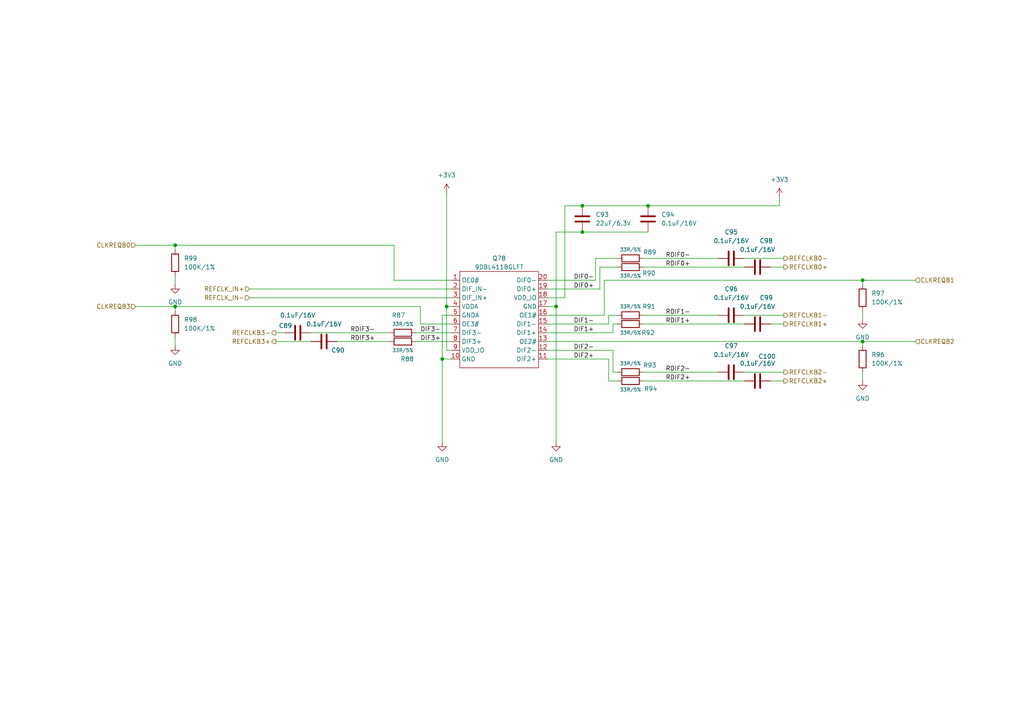
<source format=kicad_sch>
(kicad_sch (version 20231120) (generator "eeschema") (generator_version "8.0")
  (paper "A4")
  (lib_symbols
    (symbol "Device:C" (pin_numbers hide) (pin_names (offset 0.254))
      (property "Reference" "C" (at 0.635 2.54 0))
      (property "Value" "C" (at 0.635 -2.54 0))
      (symbol "C_0_1"
        (polyline (pts (xy -2.032 -0.762) (xy 2.032 -0.762)) (stroke (width 0.508)))
        (polyline (pts (xy -2.032 0.762) (xy 2.032 0.762)) (stroke (width 0.508)))
      )
      (symbol "C_1_1"
        (pin passive line (at 0 3.81 270) (length 2.794) (name "~") (number "1"))
        (pin passive line (at 0 -3.81 90) (length 2.794) (name "~") (number "2"))
      )
    )
    (symbol "Device:R" (pin_numbers hide) (pin_names (offset 0))
      (property "Reference" "R" (at 2.032 0 90))
      (property "Value" "R" (at 0 0 90))
      (symbol "R_0_1"
        (rectangle (start -1.016 -2.54) (end 1.016 2.54) (stroke (width 0.254)))
      )
      (symbol "R_1_1"
        (pin passive line (at 0 3.81 270) (length 1.27) (name "~") (number "1"))
        (pin passive line (at 0 -3.81 90) (length 1.27) (name "~") (number "2"))
      )
    )
    (symbol "User:9DBL411BGLFT"
      (property "Reference" "Q" (at -7.366 13.97 0))
      (symbol "9DBL411BGLFT_1_1"
        (rectangle (start -11.43 12.7) (end 11.43 -15.24))
        (pin input line (at -13.97 10.16 0) (length 2.54) (name "OE0#") (number "1"))
        (pin power_in line (at -13.97 -12.7 0) (length 2.54) (name "GND") (number "10"))
        (pin output line (at 13.97 -12.7 180) (length 2.54) (name "DIF2+") (number "11"))
        (pin output line (at 13.97 -10.16 180) (length 2.54) (name "DIF2-") (number "12"))
        (pin input line (at 13.97 -7.62 180) (length 2.54) (name "OE2#") (number "13"))
        (pin output line (at 13.97 -5.08 180) (length 2.54) (name "DIF1+") (number "14"))
        (pin output line (at 13.97 -2.54 180) (length 2.54) (name "DIF1-") (number "15"))
        (pin input line (at 13.97 0 180) (length 2.54) (name "OE1#") (number "16"))
        (pin power_in line (at 13.97 2.54 180) (length 2.54) (name "GND") (number "17"))
        (pin power_in line (at 13.97 5.08 180) (length 2.54) (name "VDD_IO") (number "18"))
        (pin output line (at 13.97 7.62 180) (length 2.54) (name "DIF0+") (number "19"))
        (pin input line (at -13.97 7.62 0) (length 2.54) (name "DIF_IN-") (number "2"))
        (pin output line (at 13.97 10.16 180) (length 2.54) (name "DIF0-") (number "20"))
        (pin input line (at -13.97 5.08 0) (length 2.54) (name "DIF_IN+") (number "3"))
        (pin power_in line (at -13.97 2.54 0) (length 2.54) (name "VDDA") (number "4"))
        (pin power_in line (at -13.97 0 0) (length 2.54) (name "GNDA") (number "5"))
        (pin input line (at -13.97 -2.54 0) (length 2.54) (name "OE3#") (number "6"))
        (pin output line (at -13.97 -5.08 0) (length 2.54) (name "DIF3-") (number "7"))
        (pin output line (at -13.97 -7.62 0) (length 2.54) (name "DIF3+") (number "8"))
        (pin power_in line (at -13.97 -10.16 0) (length 2.54) (name "VDD_IO") (number "9"))
      )
    )
    (symbol "power:+3V3" (power) (pin_numbers hide) (pin_names (offset 0) hide)
      (property "Value" "+3V3" (at 0 3.556 0))
      (symbol "+3V3_0_1"
        (polyline (pts (xy -0.762 1.27) (xy 0 2.54)))
        (polyline (pts (xy 0 0) (xy 0 2.54)))
        (polyline (pts (xy 0 2.54) (xy 0.762 1.27)))
      )
      (symbol "+3V3_1_1"
        (pin power_in line (at 0 0 90) (length 0) (name "~") (number "1"))
      )
    )
    (symbol "power:GND" (power) (pin_numbers hide) (pin_names (offset 0) hide)
      (property "Value" "GND" (at 0 -3.81 0))
      (symbol "GND_0_1"
        (polyline (pts (xy 0 0) (xy 0 -1.27) (xy 1.27 -1.27) (xy 0 -2.54) (xy -1.27 -1.27) (xy 0 -1.27)))
      )
      (symbol "GND_1_1"
        (pin power_in line (at 0 0 270) (length 0) (name "~") (number "1"))
      )
    )
  )
  (junction (at 50.8 88.9))
  (junction (at 128.27 104.14))
  (junction (at 50.8 71.12))
  (junction (at 250.19 99.06))
  (junction (at 168.91 67.31))
  (junction (at 250.19 81.28))
  (junction (at 187.96 59.69))
  (junction (at 168.91 59.69))
  (junction (at 129.54 88.9))
  (junction (at 161.29 88.9))
  (wire (pts (xy 161.29 67.31) (xy 161.29 88.9)))
  (wire (pts (xy 175.26 91.44) (xy 158.75 91.44)))
  (wire (pts (xy 186.69 77.47) (xy 215.9 77.47)))
  (wire (pts (xy 223.52 77.47) (xy 227.33 77.47)))
  (wire (pts (xy 128.27 91.44) (xy 128.27 104.14)))
  (wire (pts (xy 158.75 99.06) (xy 250.19 99.06)))
  (wire (pts (xy 226.06 59.69) (xy 226.06 57.15)))
  (wire (pts (xy 186.69 110.49) (xy 215.9 110.49)))
  (wire (pts (xy 158.75 93.98) (xy 176.53 93.98)))
  (wire (pts (xy 158.75 96.52) (xy 177.8 96.52)))
  (wire (pts (xy 50.8 97.79) (xy 50.8 100.33)))
  (wire (pts (xy 129.54 101.6) (xy 129.54 88.9)))
  (wire (pts (xy 172.72 74.93) (xy 172.72 81.28)))
  (wire (pts (xy 186.69 107.95) (xy 208.28 107.95)))
  (wire (pts (xy 129.54 88.9) (xy 130.81 88.9)))
  (wire (pts (xy 128.27 91.44) (xy 130.81 91.44)))
  (wire (pts (xy 39.37 71.12) (xy 50.8 71.12)))
  (wire (pts (xy 163.83 59.69) (xy 168.91 59.69)))
  (wire (pts (xy 186.69 93.98) (xy 215.9 93.98)))
  (wire (pts (xy 50.8 80.01) (xy 50.8 82.55)))
  (wire (pts (xy 168.91 67.31) (xy 187.96 67.31)))
  (wire (pts (xy 186.69 91.44) (xy 208.28 91.44)))
  (wire (pts (xy 177.8 107.95) (xy 177.8 101.6)))
  (wire (pts (xy 114.3 71.12) (xy 114.3 81.28)))
  (wire (pts (xy 39.37 88.9) (xy 50.8 88.9)))
  (wire (pts (xy 90.17 96.52) (xy 113.03 96.52)))
  (wire (pts (xy 176.53 110.49) (xy 179.07 110.49)))
  (wire (pts (xy 158.75 86.36) (xy 163.83 86.36)))
  (wire (pts (xy 223.52 93.98) (xy 227.33 93.98)))
  (wire (pts (xy 163.83 86.36) (xy 163.83 59.69)))
  (wire (pts (xy 50.8 71.12) (xy 50.8 72.39)))
  (wire (pts (xy 173.99 77.47) (xy 179.07 77.47)))
  (wire (pts (xy 215.9 107.95) (xy 227.33 107.95)))
  (wire (pts (xy 128.27 104.14) (xy 130.81 104.14)))
  (wire (pts (xy 175.26 81.28) (xy 175.26 91.44)))
  (wire (pts (xy 176.53 91.44) (xy 176.53 93.98)))
  (wire (pts (xy 158.75 88.9) (xy 161.29 88.9)))
  (wire (pts (xy 80.01 96.52) (xy 82.55 96.52)))
  (wire (pts (xy 168.91 59.69) (xy 187.96 59.69)))
  (wire (pts (xy 72.39 83.82) (xy 130.81 83.82)))
  (wire (pts (xy 177.8 93.98) (xy 177.8 96.52)))
  (wire (pts (xy 161.29 67.31) (xy 168.91 67.31)))
  (wire (pts (xy 130.81 101.6) (xy 129.54 101.6)))
  (wire (pts (xy 50.8 88.9) (xy 50.8 90.17)))
  (wire (pts (xy 250.19 107.95) (xy 250.19 110.49)))
  (wire (pts (xy 50.8 71.12) (xy 114.3 71.12)))
  (wire (pts (xy 72.39 86.36) (xy 130.81 86.36)))
  (wire (pts (xy 250.19 99.06) (xy 265.43 99.06)))
  (wire (pts (xy 97.79 99.06) (xy 113.03 99.06)))
  (wire (pts (xy 129.54 55.88) (xy 129.54 88.9)))
  (wire (pts (xy 120.65 96.52) (xy 130.81 96.52)))
  (wire (pts (xy 158.75 101.6) (xy 177.8 101.6)))
  (wire (pts (xy 177.8 107.95) (xy 179.07 107.95)))
  (wire (pts (xy 128.27 104.14) (xy 128.27 128.27)))
  (wire (pts (xy 172.72 74.93) (xy 179.07 74.93)))
  (wire (pts (xy 215.9 74.93) (xy 227.33 74.93)))
  (wire (pts (xy 176.53 110.49) (xy 176.53 104.14)))
  (wire (pts (xy 187.96 59.69) (xy 226.06 59.69)))
  (wire (pts (xy 175.26 81.28) (xy 250.19 81.28)))
  (wire (pts (xy 250.19 99.06) (xy 250.19 100.33)))
  (wire (pts (xy 161.29 88.9) (xy 161.29 128.27)))
  (wire (pts (xy 121.92 93.98) (xy 130.81 93.98)))
  (wire (pts (xy 186.69 74.93) (xy 208.28 74.93)))
  (wire (pts (xy 114.3 81.28) (xy 130.81 81.28)))
  (wire (pts (xy 80.01 99.06) (xy 90.17 99.06)))
  (wire (pts (xy 223.52 110.49) (xy 227.33 110.49)))
  (wire (pts (xy 158.75 104.14) (xy 176.53 104.14)))
  (wire (pts (xy 250.19 81.28) (xy 265.43 81.28)))
  (wire (pts (xy 215.9 91.44) (xy 227.33 91.44)))
  (wire (pts (xy 176.53 91.44) (xy 179.07 91.44)))
  (wire (pts (xy 158.75 83.82) (xy 173.99 83.82)))
  (wire (pts (xy 177.8 93.98) (xy 179.07 93.98)))
  (wire (pts (xy 173.99 77.47) (xy 173.99 83.82)))
  (wire (pts (xy 120.65 99.06) (xy 130.81 99.06)))
  (wire (pts (xy 50.8 88.9) (xy 121.92 88.9)))
  (wire (pts (xy 121.92 88.9) (xy 121.92 93.98)))
  (wire (pts (xy 250.19 81.28) (xy 250.19 82.55)))
  (wire (pts (xy 158.75 81.28) (xy 172.72 81.28)))
  (wire (pts (xy 250.19 90.17) (xy 250.19 92.71)))
  (label "DIF1-" (at 166.37 93.98 0))
  (label "RDIF1+" (at 193.04 93.98 0))
  (label "DIF1+" (at 166.37 96.52 0))
  (label "DIF2+" (at 166.37 104.14 0))
  (label "RDIF0-" (at 193.04 74.93 0))
  (label "DIF2-" (at 166.37 101.6 0))
  (label "RDIF3+" (at 101.6 99.06 0))
  (label "RDIF1-" (at 193.04 91.44 0))
  (label "RDIF0+" (at 193.04 77.47 0))
  (label "RDIF2+" (at 193.04 110.49 0))
  (label "DIF0+" (at 166.37 83.82 0))
  (label "DIF0-" (at 166.37 81.28 0))
  (label "DIF3-" (at 121.92 96.52 0))
  (label "RDIF2-" (at 193.04 107.95 0))
  (label "RDIF3-" (at 101.6 96.52 0))
  (label "DIF3+" (at 121.92 99.06 0))
  (hierarchical_label "REFCLKB3+" (shape output) (at 80.01 99.06 180))
  (hierarchical_label "REFCLKB0+" (shape output) (at 227.33 77.47 0))
  (hierarchical_label "REFCLKB1+" (shape output) (at 227.33 93.98 0))
  (hierarchical_label "CLKREQB1" (shape input) (at 265.43 81.28 0))
  (hierarchical_label "REFCLKB3-" (shape output) (at 80.01 96.52 180))
  (hierarchical_label "CLKREQB2" (shape input) (at 265.43 99.06 0))
  (hierarchical_label "REFCLKB1-" (shape output) (at 227.33 91.44 0))
  (hierarchical_label "REFCLKB0-" (shape output) (at 227.33 74.93 0))
  (hierarchical_label "CLKREQB0" (shape input) (at 39.37 71.12 180))
  (hierarchical_label "REFCLK_IN+" (shape input) (at 72.39 83.82 180))
  (hierarchical_label "CLKREQB3" (shape input) (at 39.37 88.9 180))
  (hierarchical_label "REFCLKB2-" (shape output) (at 227.33 107.95 0))
  (hierarchical_label "REFCLKB2+" (shape output) (at 227.33 110.49 0))
  (hierarchical_label "REFCLK_IN-" (shape input) (at 72.39 86.36 180))
  (symbol (lib_id "power:GND") (at 250.19 92.71 0) (unit 1)
    (property "Reference" "#PWR0210" (effects (hide yes)))
    (property "Value" "GND" (at 250.19 97.79 0))
  )
  (symbol (lib_id "Device:R") (at 182.88 110.49 270) (unit 1)
    (property "Reference" "R94" (at 188.722 112.776 90))
    (property "Value" "33R/5%" (at 182.88 113.03 90) (effects (font (size 1 1))))
    (property "Footprint" "A_HDJ_Library:R_0402_1005Metric" (effects (hide yes)))
    (property "Datasheet" "https://wmsc.lcsc.com/wmsc/upload/file/pdf/v2/lcsc/2304140030_YAGEO-RC0402FR-071KL_C106235.pdf" (effects (hide yes)))
    (property "Part#" "C851857" (effects (hide yes)))
    (property "MPN" "RC0402JR-0733RP" (effects (hide yes)))
    (property "Package" "0402" (effects (hide yes)))
    (property "LCSC Part #" "C851857" (effects (hide yes)))
  )
  (symbol (lib_id "Device:C") (at 219.71 110.49 90) (unit 1)
    (property "Reference" "C100" (at 222.504 103.378 90))
    (property "Value" "0.1uF/16V" (at 219.71 105.41 90))
    (property "Footprint" "A_HDJ_Library:C_0402_1005Metric" (effects (hide yes)))
    (property "Datasheet" "https://wmsc.lcsc.com/wmsc/upload/file/pdf/v2/lcsc/1811011928_Walsin-Tech-Corp-0402B104K160CT_C83056.pdf" (effects (hide yes)))
    (property "Description" "Unpolarized capacitor" (effects (hide yes)))
    (property "Part#" "C83056" (effects (hide yes)))
    (property "MPN" "0402B104K160CT" (effects (hide yes)))
    (property "Package" "0402" (effects (hide yes)))
    (property "LCSC Part #" "C83056" (effects (hide yes)))
  )
  (symbol (lib_id "Device:R") (at 182.88 91.44 90) (unit 1)
    (property "Reference" "R91" (at 188.214 88.9 90))
    (property "Value" "33R/5%" (at 182.88 88.9 90) (effects (font (size 1 1))))
    (property "Footprint" "A_HDJ_Library:R_0402_1005Metric" (effects (hide yes)))
    (property "Datasheet" "https://wmsc.lcsc.com/wmsc/upload/file/pdf/v2/lcsc/2304140030_YAGEO-RC0402FR-071KL_C106235.pdf" (effects (hide yes)))
    (property "Part#" "C851857" (effects (hide yes)))
    (property "MPN" "RC0402JR-0733RP" (effects (hide yes)))
    (property "Package" "0402" (effects (hide yes)))
    (property "LCSC Part #" "C851857" (effects (hide yes)))
  )
  (symbol (lib_id "power:GND") (at 128.27 128.27 0) (unit 1)
    (property "Reference" "#PWR094" (effects (hide yes)))
    (property "Value" "GND" (at 128.27 133.35 0))
  )
  (symbol (lib_id "Device:R") (at 182.88 107.95 90) (unit 1)
    (property "Reference" "R93" (at 188.468 105.918 90))
    (property "Value" "33R/5%" (at 182.88 105.41 90) (effects (font (size 1 1))))
    (property "Footprint" "A_HDJ_Library:R_0402_1005Metric" (effects (hide yes)))
    (property "Datasheet" "https://wmsc.lcsc.com/wmsc/upload/file/pdf/v2/lcsc/2304140030_YAGEO-RC0402FR-071KL_C106235.pdf" (effects (hide yes)))
    (property "Part#" "C851857" (effects (hide yes)))
    (property "MPN" "RC0402JR-0733RP" (effects (hide yes)))
    (property "Package" "0402" (effects (hide yes)))
    (property "LCSC Part #" "C851857" (effects (hide yes)))
  )
  (symbol (lib_id "power:+3V3") (at 129.54 55.88 0) (unit 1)
    (property "Reference" "#PWR083" (effects (hide yes)))
    (property "Value" "+3V3" (at 129.54 50.8 0))
  )
  (symbol (lib_id "Device:R") (at 182.88 93.98 270) (unit 1)
    (property "Reference" "R92" (at 187.96 96.52 90))
    (property "Value" "33R/5%" (at 182.88 96.52 90) (effects (font (size 1 1))))
    (property "Footprint" "A_HDJ_Library:R_0402_1005Metric" (effects (hide yes)))
    (property "Datasheet" "https://wmsc.lcsc.com/wmsc/upload/file/pdf/v2/lcsc/2304140030_YAGEO-RC0402FR-071KL_C106235.pdf" (effects (hide yes)))
    (property "Part#" "C851857" (effects (hide yes)))
    (property "MPN" "RC0402JR-0733RP" (effects (hide yes)))
    (property "Package" "0402" (effects (hide yes)))
    (property "LCSC Part #" "C851857" (effects (hide yes)))
  )
  (symbol (lib_id "Device:R") (at 250.19 104.14 0) (unit 1)
    (property "Reference" "R96" (at 252.73 102.8699 0) (effects (justify left)))
    (property "Value" "100K/1%" (at 252.73 105.4099 0) (effects (justify left)))
    (property "Footprint" "A_HDJ_Library:R_0402_1005Metric" (effects (hide yes)))
    (property "Datasheet" "https://wmsc.lcsc.com/wmsc/upload/file/pdf/v2/lcsc/2304140030_YAGEO-RC0402FR-07100KL_C60491.pdf" (effects (hide yes)))
    (property "Description" "Resistor" (effects (hide yes)))
    (property "Part#" "C60491" (effects (hide yes)))
    (property "MPN" "RC0402FR-07100KL" (effects (hide yes)))
    (property "Package" "0402" (effects (hide yes)))
    (property "LCSC Part #" "C60491" (effects (hide yes)))
  )
  (symbol (lib_id "Device:C") (at 219.71 93.98 90) (unit 1)
    (property "Reference" "C99" (at 222.25 86.36 90))
    (property "Value" "0.1uF/16V" (at 219.71 88.9 90))
    (property "Footprint" "A_HDJ_Library:C_0402_1005Metric" (effects (hide yes)))
    (property "Datasheet" "https://wmsc.lcsc.com/wmsc/upload/file/pdf/v2/lcsc/1811011928_Walsin-Tech-Corp-0402B104K160CT_C83056.pdf" (effects (hide yes)))
    (property "Description" "Unpolarized capacitor" (effects (hide yes)))
    (property "Part#" "C83056" (effects (hide yes)))
    (property "MPN" "0402B104K160CT" (effects (hide yes)))
    (property "Package" "0402" (effects (hide yes)))
    (property "LCSC Part #" "C83056" (effects (hide yes)))
  )
  (symbol (lib_id "Device:R") (at 116.84 99.06 270) (unit 1)
    (property "Reference" "R88" (at 118.11 104.14 90))
    (property "Value" "33R/5%" (at 116.84 101.6 90) (effects (font (size 1 1))))
    (property "Footprint" "A_HDJ_Library:R_0402_1005Metric" (effects (hide yes)))
    (property "Datasheet" "https://wmsc.lcsc.com/wmsc/upload/file/pdf/v2/lcsc/2304140030_YAGEO-RC0402FR-071KL_C106235.pdf" (effects (hide yes)))
    (property "Part#" "C851857" (effects (hide yes)))
    (property "MPN" "RC0402JR-0733RP" (effects (hide yes)))
    (property "Package" "0402" (effects (hide yes)))
    (property "LCSC Part #" "C851857" (effects (hide yes)))
  )
  (symbol (lib_id "Device:C") (at 86.36 96.52 90) (unit 1)
    (property "Reference" "C89" (at 82.804 94.488 90))
    (property "Value" "0.1uF/16V" (at 86.36 91.44 90))
    (property "Footprint" "A_HDJ_Library:C_0402_1005Metric" (effects (hide yes)))
    (property "Datasheet" "https://wmsc.lcsc.com/wmsc/upload/file/pdf/v2/lcsc/1811011928_Walsin-Tech-Corp-0402B104K160CT_C83056.pdf" (effects (hide yes)))
    (property "Description" "Unpolarized capacitor" (effects (hide yes)))
    (property "Part#" "C83056" (effects (hide yes)))
    (property "MPN" "0402B104K160CT" (effects (hide yes)))
    (property "Package" "0402" (effects (hide yes)))
    (property "LCSC Part #" "C83056" (effects (hide yes)))
  )
  (symbol (lib_id "Device:C") (at 219.71 77.47 90) (unit 1)
    (property "Reference" "C98" (at 222.25 69.85 90))
    (property "Value" "0.1uF/16V" (at 219.71 72.39 90))
    (property "Footprint" "A_HDJ_Library:C_0402_1005Metric" (effects (hide yes)))
    (property "Datasheet" "https://wmsc.lcsc.com/wmsc/upload/file/pdf/v2/lcsc/1811011928_Walsin-Tech-Corp-0402B104K160CT_C83056.pdf" (effects (hide yes)))
    (property "Description" "Unpolarized capacitor" (effects (hide yes)))
    (property "Part#" "C83056" (effects (hide yes)))
    (property "MPN" "0402B104K160CT" (effects (hide yes)))
    (property "Package" "0402" (effects (hide yes)))
    (property "LCSC Part #" "C83056" (effects (hide yes)))
  )
  (symbol (lib_id "power:GND") (at 50.8 100.33 0) (unit 1)
    (property "Reference" "#PWR0211" (effects (hide yes)))
    (property "Value" "GND" (at 50.8 105.41 0))
  )
  (symbol (lib_id "Device:C") (at 212.09 91.44 90) (unit 1)
    (property "Reference" "C96" (at 212.09 83.82 90))
    (property "Value" "0.1uF/16V" (at 212.09 86.36 90))
    (property "Footprint" "A_HDJ_Library:C_0402_1005Metric" (effects (hide yes)))
    (property "Datasheet" "https://wmsc.lcsc.com/wmsc/upload/file/pdf/v2/lcsc/1811011928_Walsin-Tech-Corp-0402B104K160CT_C83056.pdf" (effects (hide yes)))
    (property "Description" "Unpolarized capacitor" (effects (hide yes)))
    (property "Part#" "C83056" (effects (hide yes)))
    (property "MPN" "0402B104K160CT" (effects (hide yes)))
    (property "Package" "0402" (effects (hide yes)))
    (property "LCSC Part #" "C83056" (effects (hide yes)))
  )
  (symbol (lib_id "Device:R") (at 182.88 77.47 270) (unit 1)
    (property "Reference" "R90" (at 188.214 79.248 90))
    (property "Value" "33R/5%" (at 182.88 80.01 90) (effects (font (size 1 1))))
    (property "Footprint" "A_HDJ_Library:R_0402_1005Metric" (effects (hide yes)))
    (property "Datasheet" "https://wmsc.lcsc.com/wmsc/upload/file/pdf/v2/lcsc/2304140030_YAGEO-RC0402FR-071KL_C106235.pdf" (effects (hide yes)))
    (property "Part#" "C851857" (effects (hide yes)))
    (property "MPN" "RC0402JR-0733RP" (effects (hide yes)))
    (property "Package" "0402" (effects (hide yes)))
    (property "LCSC Part #" "C851857" (effects (hide yes)))
  )
  (symbol (lib_id "Device:R") (at 50.8 76.2 0) (unit 1)
    (property "Reference" "R99" (at 53.34 74.9299 0) (effects (justify left)))
    (property "Value" "100K/1%" (at 53.34 77.4699 0) (effects (justify left)))
    (property "Footprint" "A_HDJ_Library:R_0402_1005Metric" (effects (hide yes)))
    (property "Datasheet" "https://wmsc.lcsc.com/wmsc/upload/file/pdf/v2/lcsc/2304140030_YAGEO-RC0402FR-07100KL_C60491.pdf" (effects (hide yes)))
    (property "Description" "Resistor" (effects (hide yes)))
    (property "Part#" "C60491" (effects (hide yes)))
    (property "MPN" "RC0402FR-07100KL" (effects (hide yes)))
    (property "Package" "0402" (effects (hide yes)))
    (property "LCSC Part #" "C60491" (effects (hide yes)))
  )
  (symbol (lib_id "Device:C") (at 93.98 99.06 90) (unit 1)
    (property "Reference" "C90" (at 98.044 101.6 90))
    (property "Value" "0.1uF/16V" (at 93.98 93.98 90))
    (property "Footprint" "A_HDJ_Library:C_0402_1005Metric" (effects (hide yes)))
    (property "Datasheet" "https://wmsc.lcsc.com/wmsc/upload/file/pdf/v2/lcsc/1811011928_Walsin-Tech-Corp-0402B104K160CT_C83056.pdf" (effects (hide yes)))
    (property "Description" "Unpolarized capacitor" (effects (hide yes)))
    (property "Part#" "C83056" (effects (hide yes)))
    (property "MPN" "0402B104K160CT" (effects (hide yes)))
    (property "Package" "0402" (effects (hide yes)))
    (property "LCSC Part #" "C83056" (effects (hide yes)))
  )
  (symbol (lib_id "power:GND") (at 50.8 82.55 0) (unit 1)
    (property "Reference" "#PWR0212" (effects (hide yes)))
    (property "Value" "GND" (at 50.8 87.63 0))
  )
  (symbol (lib_id "Device:C") (at 212.09 74.93 90) (unit 1)
    (property "Reference" "C95" (at 212.09 67.31 90))
    (property "Value" "0.1uF/16V" (at 212.09 69.85 90))
    (property "Footprint" "A_HDJ_Library:C_0402_1005Metric" (effects (hide yes)))
    (property "Datasheet" "https://wmsc.lcsc.com/wmsc/upload/file/pdf/v2/lcsc/1811011928_Walsin-Tech-Corp-0402B104K160CT_C83056.pdf" (effects (hide yes)))
    (property "Description" "Unpolarized capacitor" (effects (hide yes)))
    (property "Part#" "C83056" (effects (hide yes)))
    (property "MPN" "0402B104K160CT" (effects (hide yes)))
    (property "Package" "0402" (effects (hide yes)))
    (property "LCSC Part #" "C83056" (effects (hide yes)))
  )
  (symbol (lib_id "Device:C") (at 168.91 63.5 0) (unit 1)
    (property "Reference" "C93" (at 172.72 62.2299 0) (effects (justify left)))
    (property "Value" "22uF/6.3V" (at 172.72 64.7699 0) (effects (justify left)))
    (property "Footprint" "A_HDJ_Library:C_0402_1005Metric" (effects (hide yes)))
    (property "Datasheet" "https://wmsc.lcsc.com/wmsc/upload/file/pdf/v2/lcsc/2309061403_Samsung-Electro-Mechanics-CL05A226MQ5QUNC_C105226.pdf" (effects (hide yes)))
    (property "Description" "Unpolarized capacitor" (effects (hide yes)))
    (property "Part#" "C105226" (effects (hide yes)))
    (property "MPN" "CL05A226MQ5QUNC" (effects (hide yes)))
    (property "Package" "0402" (effects (hide yes)))
    (property "LCSC Part #" "C105226" (effects (hide yes)))
  )
  (symbol (lib_id "Device:R") (at 182.88 74.93 90) (unit 1)
    (property "Reference" "R89" (at 188.468 73.152 90))
    (property "Value" "33R/5%" (at 182.88 72.39 90) (effects (font (size 1 1))))
    (property "Footprint" "A_HDJ_Library:R_0402_1005Metric" (effects (hide yes)))
    (property "Datasheet" "https://wmsc.lcsc.com/wmsc/upload/file/pdf/v2/lcsc/2304140030_YAGEO-RC0402FR-071KL_C106235.pdf" (effects (hide yes)))
    (property "Part#" "C851857" (effects (hide yes)))
    (property "MPN" "RC0402JR-0733RP" (effects (hide yes)))
    (property "Package" "0402" (effects (hide yes)))
    (property "LCSC Part #" "C851857" (effects (hide yes)))
  )
  (symbol (lib_id "power:GND") (at 250.19 110.49 0) (unit 1)
    (property "Reference" "#PWR0207" (effects (hide yes)))
    (property "Value" "GND" (at 250.19 115.57 0))
  )
  (symbol (lib_id "power:GND") (at 161.29 128.27 0) (unit 1)
    (property "Reference" "#PWR0137" (effects (hide yes)))
    (property "Value" "GND" (at 161.29 133.35 0))
  )
  (symbol (lib_id "Device:R") (at 50.8 93.98 0) (unit 1)
    (property "Reference" "R98" (at 53.34 92.7099 0) (effects (justify left)))
    (property "Value" "100K/1%" (at 53.34 95.2499 0) (effects (justify left)))
    (property "Footprint" "A_HDJ_Library:R_0402_1005Metric" (effects (hide yes)))
    (property "Datasheet" "https://wmsc.lcsc.com/wmsc/upload/file/pdf/v2/lcsc/2304140030_YAGEO-RC0402FR-07100KL_C60491.pdf" (effects (hide yes)))
    (property "Description" "Resistor" (effects (hide yes)))
    (property "Part#" "C60491" (effects (hide yes)))
    (property "MPN" "RC0402FR-07100KL" (effects (hide yes)))
    (property "Package" "0402" (effects (hide yes)))
    (property "LCSC Part #" "C60491" (effects (hide yes)))
  )
  (symbol (lib_id "Device:R") (at 250.19 86.36 0) (unit 1)
    (property "Reference" "R97" (at 252.73 85.0899 0) (effects (justify left)))
    (property "Value" "100K/1%" (at 252.73 87.6299 0) (effects (justify left)))
    (property "Footprint" "A_HDJ_Library:R_0402_1005Metric" (effects (hide yes)))
    (property "Datasheet" "https://wmsc.lcsc.com/wmsc/upload/file/pdf/v2/lcsc/2304140030_YAGEO-RC0402FR-07100KL_C60491.pdf" (effects (hide yes)))
    (property "Description" "Resistor" (effects (hide yes)))
    (property "Part#" "C60491" (effects (hide yes)))
    (property "MPN" "RC0402FR-07100KL" (effects (hide yes)))
    (property "Package" "0402" (effects (hide yes)))
    (property "LCSC Part #" "C60491" (effects (hide yes)))
  )
  (symbol (lib_id "User:9DBL411BGLFT") (at 144.78 91.44 0) (unit 1)
    (property "Reference" "Q78" (at 144.78 74.93 0))
    (property "Value" "9DBL411BGLFT" (at 144.78 77.47 0))
    (property "Footprint" "Package_SO:TSSOP-20_4.4x6.5mm_P0.65mm" (effects (hide yes)))
    (property "Datasheet" "https://wmsc.lcsc.com/wmsc/upload/file/pdf/v2/lcsc/2304140030_RENESAS-9DBL411BGLFT_C2649348.pdf" (effects (hide yes)))
    (property "MPN" "9DBL411BGLFT" (effects (hide yes)))
    (property "Package" "TSSOP-20" (effects (hide yes)))
    (property "LCSC Part #" "C2649348" (effects (hide yes)))
    (property "Part#" "C2649348" (effects (hide yes)))
  )
  (symbol (lib_id "Device:R") (at 116.84 96.52 90) (unit 1)
    (property "Reference" "R87" (at 115.57 91.44 90))
    (property "Value" "33R/5%" (at 116.84 93.98 90) (effects (font (size 1 1))))
    (property "Footprint" "A_HDJ_Library:R_0402_1005Metric" (effects (hide yes)))
    (property "Datasheet" "https://wmsc.lcsc.com/wmsc/upload/file/pdf/v2/lcsc/2304140030_YAGEO-RC0402FR-071KL_C106235.pdf" (effects (hide yes)))
    (property "Part#" "C851857" (effects (hide yes)))
    (property "MPN" "RC0402JR-0733RP" (effects (hide yes)))
    (property "Package" "0402" (effects (hide yes)))
    (property "LCSC Part #" "C851857" (effects (hide yes)))
  )
  (symbol (lib_id "Device:C") (at 187.96 63.5 0) (unit 1)
    (property "Reference" "C94" (at 191.77 62.2299 0) (effects (justify left)))
    (property "Value" "0.1uF/16V" (at 191.77 64.7699 0) (effects (justify left)))
    (property "Footprint" "A_HDJ_Library:C_0402_1005Metric" (effects (hide yes)))
    (property "Datasheet" "https://wmsc.lcsc.com/wmsc/upload/file/pdf/v2/lcsc/1811011928_Walsin-Tech-Corp-0402B104K160CT_C83056.pdf" (effects (hide yes)))
    (property "Description" "Unpolarized capacitor" (effects (hide yes)))
    (property "Part#" "C83056" (effects (hide yes)))
    (property "MPN" "0402B104K160CT" (effects (hide yes)))
    (property "Package" "0402" (effects (hide yes)))
    (property "LCSC Part #" "C83056" (effects (hide yes)))
  )
  (symbol (lib_id "power:+3V3") (at 226.06 57.15 0) (unit 1)
    (property "Reference" "#PWR0196" (effects (hide yes)))
    (property "Value" "+3V3" (at 226.06 52.07 0))
  )
  (symbol (lib_id "Device:C") (at 212.09 107.95 90) (unit 1)
    (property "Reference" "C97" (at 212.09 100.33 90))
    (property "Value" "0.1uF/16V" (at 212.09 102.87 90))
    (property "Footprint" "A_HDJ_Library:C_0402_1005Metric" (effects (hide yes)))
    (property "Datasheet" "https://wmsc.lcsc.com/wmsc/upload/file/pdf/v2/lcsc/1811011928_Walsin-Tech-Corp-0402B104K160CT_C83056.pdf" (effects (hide yes)))
    (property "Description" "Unpolarized capacitor" (effects (hide yes)))
    (property "Part#" "C83056" (effects (hide yes)))
    (property "MPN" "0402B104K160CT" (effects (hide yes)))
    (property "Package" "0402" (effects (hide yes)))
    (property "LCSC Part #" "C83056" (effects (hide yes)))
  )
)
</source>
